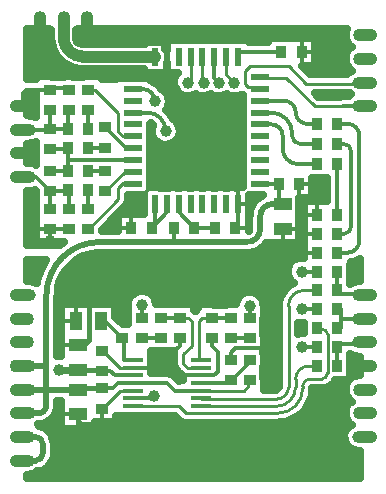
<source format=gbr>
G04 DipTrace 2.4.0.2*
%IN1_Layer_Top.gbr*%
%MOIN*%
%ADD10C,0.0098*%
%ADD13C,0.0197*%
%ADD14C,0.013*%
%ADD15C,0.0118*%
%ADD16C,0.0157*%
%ADD17C,0.0394*%
%ADD18C,0.0236*%
%ADD19C,0.025*%
%ADD21R,0.035X0.04*%
%ADD22R,0.0591X0.0433*%
%ADD23R,0.04X0.035*%
%ADD24R,0.0433X0.0591*%
%ADD25O,0.0787X0.0433*%
%ADD26R,0.0591X0.0394*%
%ADD27O,0.0433X0.0787*%
%ADD28O,0.0787X0.0413*%
%ADD31R,0.0709X0.0157*%
%ADD32R,0.0236X0.0591*%
%ADD33R,0.0591X0.0236*%
%ADD34C,0.0413*%
%ADD36C,0.0433*%
%FSLAX44Y44*%
G04*
G70*
G90*
G75*
G01*
%LNTop*%
%LPD*%
X7854Y14154D2*
D10*
Y14173D1*
X7520D1*
X7362Y14016D1*
Y13622D1*
X6378Y12638D1*
X6339D1*
X10118Y6732D2*
X11969D1*
X12638D1*
G03X13268Y7362I0J630D01*
G01*
Y7638D1*
G02X13701Y8071I433J0D01*
G01*
X13976D1*
X10118Y6988D2*
Y6969D1*
X12638D1*
G03X13031Y7362I0J394D01*
G01*
Y10079D1*
G02X13543Y10591I512J0D01*
G01*
X13976D1*
X7835Y6732D2*
X9370D1*
X9606Y6496D1*
X12677D1*
G03X13504Y7323I0J827D01*
G01*
Y7402D1*
G02X13740Y7638I236J0D01*
G01*
X14134D1*
G03X14331Y7835I0J197D01*
G01*
Y9134D1*
G03X14173Y9291I-157J0D01*
G01*
X14016D1*
G02X13976Y9331I0J39D01*
G01*
X12067Y14154D2*
D14*
X12697D1*
X12717Y14134D1*
Y13583D1*
X12835Y13465D1*
X4134Y7283D2*
D13*
X4670D1*
X4961D1*
Y8071D1*
X4694D1*
X4134D1*
X10118Y7244D2*
D15*
X9252D1*
X8976Y7520D1*
X7854D1*
X7835Y7500D1*
X7343D1*
X7165Y7323D1*
X6811D1*
X10118Y7244D2*
D10*
X11535D1*
X11693Y7402D1*
Y7559D1*
X11732Y7598D1*
X6811Y7323D2*
D16*
X6063D1*
X6024Y7283D1*
X4961Y8071D2*
D13*
Y10433D1*
G02X6772Y12205I1781J-9D01*
G01*
X9213Y12204D1*
X11654D1*
G03X12087Y12638I-1J434D01*
G01*
Y13071D1*
G02X12480Y13465I394J0D01*
G01*
X12835D1*
X4409Y6496D2*
D14*
X4646D1*
D13*
X4134D1*
X4409Y7283D2*
D14*
X4670D1*
X4409Y8071D2*
X4694D1*
X4134Y6496D2*
X3937D1*
X4134Y7283D2*
X3937D1*
X4134Y8071D2*
X3937D1*
X6024Y7283D2*
D13*
X4961D1*
Y6766D1*
G02X4646Y6496I-274J1D01*
G01*
X9213Y12677D2*
D14*
Y12204D1*
X5079Y13898D2*
X5630D1*
X5669Y13937D1*
X5709Y13307D2*
Y13937D1*
X5669D1*
X5079Y13307D2*
Y13898D1*
X4134Y14370D2*
X4606D1*
X5079Y13898D1*
X4134Y14370D2*
X3937D1*
X9370Y13465D2*
Y13189D1*
X9882Y12677D1*
X10591D1*
X12067Y17303D2*
D10*
Y17362D1*
X11693D1*
X11575Y17480D1*
Y17913D1*
X11732Y18071D1*
X13031D1*
X13622Y17480D1*
X15551D1*
X15591Y17520D1*
D14*
X15787D1*
X8583Y13465D2*
Y12795D1*
X8465Y12677D1*
X8976Y13465D2*
Y13189D1*
X8465Y12677D1*
X7835Y6988D2*
X8445D1*
X8543Y7087D1*
X4134Y10433D2*
X4409D1*
X4134D2*
D3*
X4409D2*
X3937D1*
X12067Y16909D2*
X12894D1*
G02X13268Y16535I0J-374D01*
G01*
G03X13661Y16142I394J0D01*
G01*
X13976D1*
X12067Y16122D2*
X12461D1*
G02X12835Y15748I0J-374D01*
G01*
Y15315D1*
G03X13346Y14803I512J0D01*
G01*
X13976D1*
X14646Y13110D2*
Y14803D1*
X15354Y10433D2*
X15787D1*
X7480Y9016D2*
X7559D1*
Y8268D1*
X7835D1*
X6772Y9567D2*
X6929D1*
X7480Y9016D1*
X6339Y15984D2*
Y16614D1*
X7854Y14547D2*
D10*
X7579D1*
X6929Y13898D1*
X8150Y9016D2*
D14*
X8780D1*
X7854Y15335D2*
D10*
X7618D1*
X6929Y16024D1*
X7854Y15728D2*
X7500D1*
X7362Y15866D1*
Y16496D1*
X6575Y17283D1*
X6339D1*
Y15354D2*
D14*
X6929D1*
X6339Y14567D2*
X6929D1*
X6339Y13937D2*
Y13307D1*
X5669Y14567D2*
Y14941D1*
Y15354D1*
X7854Y14941D2*
X5669D1*
X5079Y14567D2*
X5669D1*
X5079Y15315D2*
X5630D1*
X5669Y15354D1*
X8780Y9685D2*
X9409D1*
X10118Y8012D2*
D10*
X9665D1*
X9528Y8150D1*
Y8465D1*
X9803Y8740D1*
Y9567D1*
X9685Y9685D1*
X9409D1*
X5079Y15984D2*
D14*
X5669D1*
Y16614D1*
X5709D1*
X5079Y15984D2*
Y16614D1*
X4134Y15945D2*
X5039D1*
X5079Y15984D1*
X4134Y15945D2*
X3937D1*
X10472Y9685D2*
D10*
X10157D1*
X10039Y9567D1*
Y8346D1*
X10118Y8268D1*
X10472Y9685D2*
D14*
X11102D1*
Y9016D2*
X11732D1*
X15787Y16732D2*
D10*
X14859D1*
X13898D1*
X12953Y17677D1*
X12087D1*
X12067Y17697D1*
X15591Y16732D2*
D14*
X15787D1*
X15591D2*
X14859D1*
X14646Y9961D2*
X14764D1*
Y9645D1*
Y9331D1*
X14646D1*
X14764Y9645D2*
X15590D1*
X15591Y9646D1*
X15787D1*
X15354D2*
X15787D1*
X14646Y8701D2*
Y8071D1*
Y8701D2*
Y8819D1*
X15551D1*
X15591Y8858D1*
X14646Y11220D2*
Y10591D1*
Y10472D1*
X15591D1*
Y10433D1*
X10945Y18386D2*
D10*
Y17795D1*
X11220Y17520D1*
X13465Y8701D2*
D14*
X13976D1*
X10551Y18386D2*
Y17677D1*
X10709Y17520D1*
X13465Y11220D2*
X13976D1*
X10157Y18386D2*
D10*
Y17559D1*
X10197Y17520D1*
X15354Y5709D2*
D14*
X15591D1*
X9764Y18386D2*
D10*
Y17520D1*
X9685D1*
X13465Y9961D2*
D14*
X13976D1*
X14646Y16142D2*
X15000D1*
G02X15394Y15748I0J-394D01*
G01*
Y12244D1*
G02X15000Y11850I-394J0D01*
G01*
X14646D1*
X8583Y18386D2*
D17*
X6175D1*
G02X5537Y18947I0J644D01*
G01*
X5531Y19488D1*
D14*
Y19685D1*
Y19252D2*
Y19488D1*
Y19252D2*
X5537Y18947D1*
X12067Y16516D2*
X12461D1*
G02X13150Y15827I0J-689D01*
G01*
Y15748D1*
G03X13425Y15472I276J0D01*
G01*
X13976D1*
X11732Y9685D2*
Y10079D1*
X7854Y16516D2*
X8327D1*
G02X8937Y15906I0J-610D01*
G01*
X14646Y12480D2*
X14882D1*
G03X15118Y12717I0J236D01*
G01*
Y15236D1*
G03X14882Y15472I-236J0D01*
G01*
X14646D1*
X8150Y10118D2*
Y9685D1*
X7854Y17303D2*
X8169D1*
G02X8583Y16890I0J-413D01*
G01*
X15354Y8858D2*
X15787D1*
X4134Y5709D2*
D13*
X4370D1*
X5394Y7953D2*
D18*
X6024D1*
D16*
X6772D1*
X6811Y7913D1*
X7835Y7756D2*
D15*
X7244D1*
X7087Y7913D1*
X6811D1*
X4134Y5709D2*
D14*
X4370D1*
Y4921D2*
D13*
X4606D1*
G03X4843Y5157I0J236D01*
G01*
Y5472D1*
G03X4606Y5709I-236J0D01*
G01*
X4134D1*
X4370Y4921D2*
D14*
X4134D1*
Y5709D2*
X3937D1*
X4134Y4921D2*
X3937D1*
X12795Y18543D2*
X11496D1*
G03X11339Y18386I0J-157D01*
G01*
D3*
X10118Y7500D2*
X11004D1*
X11102Y7598D1*
D10*
X11772Y8268D1*
X11732D1*
X7854Y17697D2*
D14*
Y17854D1*
G02X7559Y17953I98J787D01*
G01*
X6781D1*
X5624D1*
X5512Y18142D1*
X5495Y18159D1*
G02X4938Y18479I129J870D01*
G01*
G02X4744Y19030I686J551D01*
G01*
Y19488D1*
X7854Y17697D2*
X8642D1*
X8766Y17721D1*
G03X8976Y18031I-124J311D01*
G01*
Y18386D1*
Y18661D1*
G03X8819Y18819I-157J0D01*
G01*
X8583D1*
X7874D1*
X7176D1*
X6530D1*
G02X6319Y19030I0J211D01*
G01*
Y19488D1*
X4744D2*
Y19685D1*
X4409Y15157D2*
X4213D1*
X3937D2*
X4213D1*
X7835Y8012D2*
D10*
X7421D1*
X6850Y8583D1*
X6811D1*
X7835Y8012D2*
D14*
X8524D1*
X8701Y8189D1*
Y8425D1*
X11339Y13465D2*
X11732D1*
X12835Y12047D2*
Y12638D1*
X7835Y7244D2*
D10*
X7402D1*
X6811Y6654D1*
D14*
Y6142D1*
X6024Y6457D2*
Y6260D1*
X6142Y6142D1*
X6511D1*
X6811D1*
X4409Y15157D2*
D3*
X5709Y17283D2*
Y17323D1*
X5079D1*
Y17283D1*
X4291D1*
X4173Y17165D1*
Y16811D1*
X4094Y16732D1*
X4213D1*
X5079Y17283D2*
D3*
X3937Y16732D2*
X4213D1*
X4409D1*
X5079Y12638D2*
X5709D1*
X5079D2*
Y12244D1*
X10118Y7756D2*
X9331D1*
X9094Y7992D1*
Y8425D1*
X8701D1*
X3937Y15157D2*
D3*
X4134D2*
X4213D1*
X4134Y16732D2*
X4213D1*
X12835Y12638D2*
X13386D1*
Y13976D1*
X13346Y14016D1*
Y14094D1*
X13386Y14134D1*
X12835Y12047D2*
X13504D1*
Y12480D1*
Y13110D1*
X13976D1*
X13504Y12480D2*
X13976D1*
X13504Y12047D2*
Y11850D1*
X13976D1*
X6811Y6142D2*
X12779D1*
X13504D1*
X15433Y8071D1*
X15591D1*
X15787D1*
X9409Y9016D2*
Y8740D1*
X9094Y8425D1*
X5118Y18504D2*
X5109Y18307D1*
G02X4938Y18479I0J172D01*
G01*
X5787Y17913D2*
X5512D1*
Y18142D1*
X6969Y17835D2*
X6899D1*
X6781Y17953D1*
X6890Y18937D2*
X7058D1*
X7176Y18819D1*
X7874D2*
Y18937D1*
X8583Y18819D2*
X8898Y19134D1*
X10039Y16024D2*
Y16447D1*
X8766Y17721D1*
X10512Y15039D2*
Y15551D1*
X10039Y16024D1*
X4528Y12244D2*
X4921D1*
X5079D1*
X14331Y5984D2*
Y6142D1*
X13504D1*
X12441Y5669D2*
Y5803D1*
X12779Y6142D1*
X6102Y4882D2*
Y5734D1*
X6511Y6142D1*
X4744Y19252D2*
Y19488D1*
X6319Y19252D2*
Y19488D1*
X15354Y8071D2*
X15787D1*
X8898Y19134D2*
X12853D1*
G03X13468Y19103I434J2530D01*
G01*
G03X13798Y19148I-181J2558D01*
G01*
X13780Y19055D1*
X11339Y13465D2*
Y12756D1*
G02X11260Y12677I-79J0D01*
G01*
X13465Y18543D2*
X13468Y19103D1*
X10118Y7756D2*
X10551D1*
X10669Y7874D1*
Y8543D1*
X10472Y8740D1*
Y9016D1*
X11102Y8268D2*
Y8504D1*
X11260Y8661D1*
X12402D1*
X12441Y8622D1*
Y11654D1*
X12835Y12047D1*
X5945Y9567D2*
Y10906D1*
X5669D1*
D16*
Y10866D1*
X6378Y10157D1*
Y8937D1*
X6220Y8780D1*
X6024D1*
X7480Y9685D2*
D14*
Y10157D1*
X7244Y10394D1*
X6339D1*
X6181D1*
X5669Y10906D1*
X6339D2*
Y10394D1*
Y10906D2*
X6614D1*
X8950D1*
X9180Y11135D1*
X11923D1*
X12835Y12047D1*
X8701Y8425D2*
X9134D1*
X7795Y12677D2*
Y13386D1*
X8622Y14213D1*
X9685D1*
X10512Y15039D1*
X6614Y11535D2*
Y10906D1*
X9370Y16732D2*
Y16693D1*
X10039Y16024D1*
D34*
X3937Y15945D3*
Y15157D3*
Y14370D3*
Y16732D3*
X4744Y19685D3*
X5531D3*
X6319D3*
X15787Y17520D3*
Y16732D3*
Y18307D3*
Y19094D3*
X3937Y4921D3*
Y5709D3*
Y6496D3*
Y7283D3*
D36*
Y8071D3*
D34*
Y8858D3*
Y9646D3*
Y10433D3*
X15787Y5709D3*
Y6496D3*
Y7283D3*
Y8071D3*
Y8858D3*
Y9646D3*
Y10433D3*
X4347Y19052D2*
D19*
X5049D1*
X6021D2*
X14908D1*
X4347Y18803D2*
X5068D1*
X13931D2*
X15006D1*
X4347Y18554D2*
X5154D1*
X13931D2*
X14975D1*
X4347Y18305D2*
X5318D1*
X13931D2*
X14908D1*
X4347Y18057D2*
X5627D1*
X13513D2*
X14978D1*
X4347Y17808D2*
X9299D1*
X13763D2*
X14971D1*
X8513Y17559D2*
X9201D1*
X8806Y17311D2*
X9248D1*
X4347Y17062D2*
X4588D1*
X9036D2*
X9600D1*
X9770D2*
X10111D1*
X10280D2*
X10623D1*
X10795D2*
X11135D1*
X11304D2*
X11482D1*
X14036D2*
X14830D1*
X4347Y16813D2*
X4588D1*
X9064D2*
X11482D1*
X4347Y16565D2*
X4588D1*
X9021D2*
X11482D1*
X9196Y16316D2*
X11482D1*
X9396Y16067D2*
X11482D1*
X9415Y15819D2*
X11482D1*
X8439Y15570D2*
X8596D1*
X9278D2*
X11482D1*
X4347Y15321D2*
X4588D1*
X8439D2*
X11482D1*
X4347Y15073D2*
X4588D1*
X8439D2*
X11482D1*
X8439Y14824D2*
X11482D1*
X8439Y14575D2*
X11482D1*
X8439Y14326D2*
X11482D1*
X13849D2*
X14291D1*
X8439Y14078D2*
X11482D1*
X13849D2*
X14291D1*
X4347Y13829D2*
X4588D1*
X13849D2*
X14291D1*
X4347Y13580D2*
X4588D1*
X7700D2*
X8174D1*
X11747D2*
X11897D1*
X13419D2*
X14291D1*
X4347Y13332D2*
X4588D1*
X7540D2*
X8174D1*
X13419D2*
X13511D1*
X4347Y13083D2*
X4588D1*
X13419D2*
X13511D1*
X4347Y12834D2*
X4588D1*
X7044D2*
X7330D1*
X13419D2*
X13511D1*
X4347Y12586D2*
X4588D1*
X6829D2*
X7330D1*
X13419D2*
X13511D1*
X4347Y12337D2*
X4588D1*
X13419D2*
X13511D1*
X12255Y12088D2*
X13510D1*
X6747Y11840D2*
X13510D1*
X4347Y11591D2*
X4920D1*
X5962D2*
X13166D1*
X4347Y11342D2*
X4779D1*
X5689D2*
X12994D1*
X15111D2*
X15377D1*
X4347Y11094D2*
X4678D1*
X5521D2*
X12994D1*
X15111D2*
X15377D1*
X5415Y10845D2*
X13170D1*
X5361Y10596D2*
X12877D1*
X5349Y10347D2*
X7725D1*
X8575D2*
X11330D1*
X12134D2*
X12740D1*
X5349Y10099D2*
X5442D1*
X7278D2*
X7658D1*
X9900D2*
X9982D1*
X12224D2*
X12693D1*
X5349Y9850D2*
X5442D1*
X7278D2*
X7658D1*
X12224D2*
X12693D1*
X5349Y9601D2*
X5442D1*
X7388D2*
X7658D1*
X12224D2*
X12693D1*
X5349Y9353D2*
X5442D1*
X12224D2*
X12693D1*
X13372D2*
X13508D1*
X5349Y9104D2*
X5442D1*
X12224D2*
X12693D1*
X5349Y8855D2*
X5442D1*
X12224D2*
X12693D1*
X5349Y8607D2*
X5442D1*
X12224D2*
X12693D1*
X8478Y8358D2*
X9189D1*
X12224D2*
X12693D1*
X15111D2*
X15377D1*
X8478Y8109D2*
X9189D1*
X12224D2*
X12693D1*
X15111D2*
X15377D1*
X8478Y7861D2*
X9346D1*
X12224D2*
X12693D1*
X15111D2*
X15377D1*
X9368Y7612D2*
X9472D1*
X12224D2*
X12693D1*
X12224Y7363D2*
X12693D1*
X14357D2*
X14912D1*
X13821Y7115D2*
X14939D1*
X5349Y6866D2*
X5442D1*
X13747D2*
X15080D1*
X5329Y6617D2*
X5439D1*
X13599D2*
X14924D1*
X5208Y6368D2*
X5439D1*
X7302D2*
X9264D1*
X13325D2*
X14924D1*
X4700Y6120D2*
X5439D1*
X6611D2*
X15088D1*
X5079Y5871D2*
X14896D1*
X5212Y5622D2*
X14877D1*
X5232Y5374D2*
X15010D1*
X5228Y5125D2*
X15377D1*
X5161Y4876D2*
X15377D1*
X4911Y4628D2*
X15377D1*
X4347Y4379D2*
X15377D1*
X14319Y14338D2*
X13826D1*
Y13669D1*
X13395D1*
X13391Y12983D1*
X13395Y12994D1*
Y12156D1*
X12288D1*
X12200Y12059D1*
X12088Y11971D1*
X11981Y11912D1*
X11845Y11865D1*
X11697Y11843D1*
X10279Y11841D1*
X6660Y11837D1*
X6467Y11814D1*
X6322Y11778D1*
X6182Y11726D1*
X6048Y11660D1*
X5921Y11580D1*
X5804Y11487D1*
X5697Y11382D1*
X5602Y11267D1*
X5520Y11142D1*
X5451Y11010D1*
X5396Y10871D1*
X5357Y10726D1*
X5333Y10579D1*
X5324Y10308D1*
Y8406D1*
X5463Y8409D1*
Y10127D1*
X7253D1*
Y9709D1*
X7515Y9456D1*
X7689D1*
X7685Y9870D1*
X7690Y10167D1*
X7720Y10288D1*
X7781Y10397D1*
X7869Y10485D1*
X7978Y10547D1*
X8099Y10577D1*
X8223Y10574D1*
X8342Y10538D1*
X8448Y10471D1*
X8531Y10378D1*
X8587Y10267D1*
X8615Y10125D1*
X9244D1*
X9874D1*
Y9934D1*
X9912Y9902D1*
X9946Y9916D1*
X10008Y9995D1*
Y10125D1*
X10937Y10121D1*
X10887Y10125D1*
X11273Y10128D1*
X11303Y10249D1*
X11364Y10358D1*
X11452Y10446D1*
X11560Y10507D1*
X11681Y10538D1*
X11806Y10535D1*
X11925Y10498D1*
X12030Y10431D1*
X12114Y10339D1*
X12169Y10227D1*
X12190Y10124D1*
X12197Y10125D1*
X12193Y9245D1*
X12197Y8831D1*
X12193Y8576D1*
X12197Y8333D1*
X12193Y7828D1*
X12197Y7413D1*
Y7284D1*
X12630Y7283D1*
X12718Y7375D1*
X12722Y10166D1*
X12753Y10317D1*
X12789Y10414D1*
X12864Y10546D1*
X12945Y10648D1*
X13061Y10749D1*
X13148Y10804D1*
X13206Y10838D1*
X13113Y10921D1*
X13046Y11026D1*
X13009Y11145D1*
X13005Y11270D1*
X13035Y11391D1*
X13096Y11499D1*
X13184Y11588D1*
X13293Y11649D1*
X13414Y11679D1*
X13534Y11676D1*
X13540Y11685D1*
X13536Y11735D1*
Y13575D1*
X14315D1*
X14316Y14341D1*
X14206Y14342D1*
X5540Y12198D2*
X4614D1*
X4618Y13747D1*
X4614Y13833D1*
Y13899D1*
X4572Y13938D1*
X4474Y13916D1*
X4321Y13889D1*
X4322Y12101D1*
X5410Y12099D1*
X5541Y12199D1*
X5244Y12198D1*
X5369Y17723D2*
X6174Y17719D1*
X6124Y17723D1*
X6804D1*
Y17649D1*
X7293Y17651D1*
X7294Y17686D1*
X8415D1*
X8416Y17590D1*
X8522Y17544D1*
X8638Y17466D1*
X8745Y17359D1*
X8785Y17305D1*
X8881Y17242D1*
X8964Y17150D1*
X9020Y17038D1*
X9044Y16890D1*
X9028Y16766D1*
X8978Y16652D1*
X8947Y16612D1*
X9060Y16493D1*
X9151Y16357D1*
X9180Y16298D1*
X9235Y16258D1*
X9318Y16166D1*
X9374Y16054D1*
X9399Y15906D1*
X9382Y15782D1*
X9333Y15668D1*
X9255Y15570D1*
X9154Y15498D1*
X9037Y15455D1*
X8912Y15444D1*
X8790Y15468D1*
X8678Y15523D1*
X8585Y15606D1*
X8518Y15711D1*
X8481Y15830D1*
X8478Y15955D1*
X8508Y16076D1*
X8525Y16106D1*
X8433Y16164D1*
X8415Y16149D1*
X8411Y16133D1*
X8415Y15880D1*
X8411Y15739D1*
X8415Y15486D1*
X8411Y15345D1*
X8415Y15093D1*
X8411Y14952D1*
X8415Y14699D1*
X8411Y14558D1*
X8415Y14305D1*
X8411Y14164D1*
X8415Y14025D1*
X8966Y14021D1*
X9218Y14025D1*
X9359Y14021D1*
X9612Y14025D1*
X9753Y14021D1*
X10006Y14025D1*
X10147Y14021D1*
X10399Y14025D1*
X10541Y14021D1*
X10793Y14025D1*
X10934Y14021D1*
X11187Y14025D1*
X11328Y14021D1*
X11381Y14025D1*
X11506D1*
X11511Y14537D1*
X11507Y14789D1*
X11511Y14930D1*
X11507Y15183D1*
X11511Y15324D1*
X11507Y15577D1*
X11511Y15718D1*
X11507Y15970D1*
X11511Y16111D1*
X11507Y16364D1*
X11511Y16505D1*
X11507Y16758D1*
X11511Y16899D1*
X11507Y17108D1*
X11437Y17112D1*
X11320Y17069D1*
X11196Y17059D1*
X11073Y17082D1*
X10965Y17135D1*
X10808Y17069D1*
X10684Y17059D1*
X10562Y17082D1*
X10453Y17135D1*
X10296Y17069D1*
X10172Y17059D1*
X10050Y17082D1*
X9942Y17135D1*
X9785Y17069D1*
X9660Y17059D1*
X9538Y17082D1*
X9426Y17137D1*
X9333Y17220D1*
X9266Y17325D1*
X9229Y17444D1*
X9226Y17569D1*
X9256Y17690D1*
X9317Y17798D1*
X9342Y17823D1*
X8987Y17826D1*
Y18165D1*
X8966Y18071D1*
Y17826D1*
X8200D1*
Y17923D1*
X6145Y17925D1*
X6001Y17938D1*
X5860Y17971D1*
X5724Y18021D1*
X5596Y18088D1*
X5478Y18172D1*
X5372Y18271D1*
X5280Y18382D1*
X5203Y18505D1*
X5143Y18636D1*
X5100Y18775D1*
X5075Y18942D1*
X5070Y19175D1*
X5051Y19302D1*
X4322Y19300D1*
Y17648D1*
X4613Y17651D1*
X4614Y17723D1*
X5544Y17719D1*
X8615Y8576D2*
X8451D1*
X8454Y7924D1*
Y7840D1*
X8854Y7844D1*
X8976D1*
X9098Y7820D1*
X9205Y7749D1*
X9385Y7569D1*
X9503Y7588D1*
X9499Y7746D1*
X9355Y7878D1*
X9305Y7927D1*
X9237Y8031D1*
X9213Y8150D1*
X9214Y8478D1*
X9224Y8576D1*
X8494D1*
X11700Y12904D2*
Y12587D1*
X11723Y12652D1*
X11722Y12904D1*
X11699D1*
X11734Y13193D1*
X11773Y13338D1*
X11837Y13470D1*
X11929Y13589D1*
X12039Y13685D1*
X12173Y13763D1*
X12127Y13771D1*
X11725D1*
X11722Y13550D1*
Y13075D1*
X4614Y16358D2*
X4618Y17054D1*
X4614Y17152D1*
X4325Y17153D1*
X4322Y16429D1*
X4442Y16405D1*
X4602Y16364D1*
X4612Y16358D1*
X4618Y16424D1*
X4319Y14849D2*
X4442Y14831D1*
X4602Y14790D1*
X4612Y14783D1*
X4614Y15527D1*
X4474Y15491D1*
X4321Y15464D1*
X4322Y14851D1*
X13537Y9507D2*
X13440Y9500D1*
X13344Y9518D1*
X13346Y9145D1*
X13414Y9160D1*
X13534Y9157D1*
X13540Y9166D1*
X13536Y9507D1*
X4319Y10912D2*
X4442Y10894D1*
X4602Y10853D1*
X4638Y10830D1*
X4685Y11023D1*
X4714Y11120D1*
X4798Y11330D1*
X4904Y11529D1*
X4954Y11604D1*
X4322Y11601D1*
Y10913D1*
X15247Y10882D2*
X15395Y10914D1*
X15406Y10913D1*
X15403Y11322D1*
Y11646D1*
X15343Y11607D1*
X15208Y11551D1*
X15110Y11529D1*
X15086Y11440D1*
X15082Y11385D1*
X15086Y11435D1*
Y10809D1*
X15209Y10868D1*
X15086Y10930D1*
Y10809D1*
X15113Y17129D2*
X15064Y17166D1*
X13907D1*
X14028Y17046D1*
X14761D1*
X14859Y17062D1*
X15035D1*
X15118Y17124D1*
X6804Y12621D2*
Y12566D1*
X7354Y12568D1*
X7355Y13142D1*
X8200D1*
Y13768D1*
X7676Y13771D1*
Y13622D1*
X7652Y13500D1*
X7584Y13400D1*
X6803Y12618D1*
X8325Y18946D2*
X8966D1*
Y18645D1*
X8987Y18611D1*
Y18946D1*
X9774Y18942D1*
X10024Y18946D1*
X10562Y18942D1*
X10812Y18946D1*
X11328Y18942D1*
X11581Y18946D1*
X11722D1*
Y18872D1*
X12355Y18871D1*
Y19008D1*
X13235Y19004D1*
X13175Y19008D1*
X13904D1*
Y18078D1*
X13468D1*
X13754Y17793D1*
X14984Y17795D1*
X15074Y17887D1*
X15132Y17919D1*
X15080Y17960D1*
X15002Y18057D1*
X14951Y18171D1*
X14932Y18295D1*
X14945Y18419D1*
X14989Y18535D1*
X15062Y18636D1*
X15137Y18698D1*
X15080Y18747D1*
X15002Y18845D1*
X14951Y18959D1*
X14932Y19082D1*
X14945Y19206D1*
X14980Y19297D1*
X14153Y19300D1*
X6594D1*
X6434Y19228D1*
X6310Y19214D1*
X6187Y19232D1*
X6051Y19300D1*
X6011Y19299D1*
X5995Y19184D1*
X5998Y18997D1*
X6151Y18850D1*
X7050Y18848D1*
X8200Y18844D1*
Y18946D1*
X8325D1*
X5206Y5347D2*
X5201Y5082D1*
X5172Y4960D1*
X5127Y4860D1*
X5053Y4759D1*
X4974Y4684D1*
X4867Y4618D1*
X4765Y4579D1*
X4658Y4561D1*
X4718Y4569D1*
X4653Y4561D1*
X4587Y4513D1*
X4441Y4458D1*
X4321Y4440D1*
X4322Y4322D1*
X15403D1*
X15400Y5230D1*
X15296Y5242D1*
X15403Y5197D1*
Y5224D1*
X15207Y5271D1*
X15096Y5326D1*
X15003Y5409D1*
X14935Y5514D1*
X14899Y5633D1*
X14895Y5758D1*
X14925Y5879D1*
X14986Y5987D1*
X15074Y6076D1*
X15132Y6108D1*
X15080Y6149D1*
X15002Y6246D1*
X14951Y6360D1*
X14932Y6484D1*
X14945Y6608D1*
X14989Y6724D1*
X15062Y6825D1*
X15137Y6887D1*
X15080Y6936D1*
X15002Y7034D1*
X14951Y7148D1*
X14932Y7271D1*
X14945Y7395D1*
X14989Y7511D1*
X15086Y7661D1*
Y7635D1*
X15158Y7692D1*
X15272Y7744D1*
X15406Y7763D1*
X15403Y8380D1*
X15296Y8391D1*
X15207Y8421D1*
X15087Y8484D1*
X15082Y8236D1*
X15086Y8286D1*
Y7661D1*
X15058Y7606D1*
X14590Y7605D1*
X14531Y7513D1*
X14461Y7442D1*
X14377Y7385D1*
X14286Y7347D1*
X14187Y7327D1*
X13818Y7323D1*
X13805Y7154D1*
X13773Y7008D1*
X13723Y6868D1*
X13654Y6735D1*
X13569Y6612D1*
X13469Y6502D1*
X13355Y6406D1*
X13229Y6325D1*
X13095Y6262D1*
X12952Y6216D1*
X12806Y6190D1*
X12552Y6182D1*
X9606D1*
X9485Y6206D1*
X9384Y6274D1*
X9238Y6420D1*
X8454Y6418D1*
Y6389D1*
X7276Y6388D1*
Y6214D1*
X6584Y6213D1*
Y5975D1*
X5463D1*
Y6920D1*
X5324D1*
X5318Y6681D1*
X5294Y6576D1*
X5247Y6465D1*
X5189Y6374D1*
X5115Y6295D1*
X5019Y6223D1*
X4922Y6175D1*
X4819Y6144D1*
X4694Y6130D1*
X4735Y6132D1*
X4728Y6059D1*
X4833Y6028D1*
X4943Y5968D1*
X5028Y5899D1*
X5107Y5801D1*
X5159Y5705D1*
X5195Y5584D1*
X5206Y5472D1*
Y5347D1*
X5464Y8780D2*
D14*
X6024D1*
X5945Y10127D2*
Y9567D1*
X5464D2*
X5945D1*
X13386Y14134D2*
Y13669D1*
Y14134D2*
X13825D1*
X6024Y6457D2*
Y5976D1*
X5464Y6457D2*
X6024D1*
X12835Y12638D2*
Y12157D1*
Y12638D2*
X13394D1*
X11260Y12677D2*
X11699D1*
X5079Y12638D2*
Y12198D1*
X4614Y12638D2*
X5079D1*
X6811Y6654D2*
Y6214D1*
X13537Y11850D2*
X13976D1*
X13537Y12480D2*
X13976D1*
Y13575D2*
Y13110D1*
X13537D2*
X13976D1*
X7795Y13142D2*
Y12677D1*
X7356D2*
X7795D1*
X13465Y19008D2*
Y18079D1*
Y18543D2*
X13904D1*
X11339Y14024D2*
Y13465D1*
X11721D1*
X4993Y19036D2*
D19*
X5101D1*
X5971D2*
X8894D1*
X4993Y18787D2*
X5128D1*
X4993Y18538D2*
X5222D1*
X4993Y18290D2*
X5402D1*
X4993Y18041D2*
X5792D1*
X5126Y19184D2*
X5114Y19217D1*
X5109Y19283D1*
X4968Y19284D1*
Y17882D1*
X8251Y17912D1*
X8208Y17977D1*
X6064Y17984D1*
X5929Y18007D1*
X5797Y18048D1*
X5672Y18106D1*
X5556Y18180D1*
X5450Y18268D1*
X5357Y18369D1*
X5277Y18482D1*
X5214Y18604D1*
X5166Y18733D1*
X5136Y18868D1*
X5128Y18943D1*
X5126Y19173D1*
X6423Y19285D2*
X6351Y19268D1*
X6209Y19284D1*
X5957D1*
X5944Y19117D1*
X5949Y18968D1*
X5990Y18886D1*
X6059Y18826D1*
X6146Y18797D1*
X7050Y18794D1*
X8249D1*
X8253Y18893D1*
X8912D1*
Y18623D1*
X8945Y18659D1*
X8899Y19286D1*
X6442Y19284D1*
D21*
X13976Y14803D3*
X14646D3*
X13976Y15472D3*
X14646D3*
X13976Y16142D3*
X14646D3*
D22*
X6024Y7953D3*
Y8780D3*
D23*
X5709Y12638D3*
Y13307D3*
D21*
X6339Y14567D3*
X5669D3*
D24*
X6772Y9567D3*
X5945D3*
D21*
X12717Y14134D3*
X13386D3*
X6339Y13937D3*
X5669D3*
X6339Y15354D3*
X5669D3*
X6339Y15984D3*
X5669D3*
D23*
X5709Y17283D3*
Y16614D3*
D22*
X6024Y6457D3*
Y7283D3*
X12835Y12638D3*
Y13465D3*
D23*
X7480Y9016D3*
Y9685D3*
X8150Y9016D3*
Y9685D3*
X9409Y9016D3*
Y9685D3*
X10472Y9016D3*
Y9685D3*
X11732Y9016D3*
Y9685D3*
D21*
X11260Y12677D3*
X10591D3*
D23*
X5079Y12638D3*
Y13307D3*
Y16614D3*
Y17283D3*
D25*
X4134Y15157D3*
D17*
X8150Y10118D3*
X13465Y11220D3*
D26*
X4213Y15157D3*
D25*
X4134Y14370D3*
D17*
X13465Y9961D3*
Y8701D3*
D27*
X5531Y19488D3*
D17*
X11220Y17520D3*
D27*
X6319Y19488D3*
D17*
X10709Y17520D3*
D25*
X4134Y5709D3*
D17*
X9685Y17520D3*
D25*
X4134Y6496D3*
D17*
X10197Y17520D3*
D28*
X4134Y7283D3*
D25*
Y8071D3*
D17*
X11732Y10079D3*
X15354Y5709D3*
D25*
X4134Y8858D3*
Y9646D3*
D17*
X4409Y15157D3*
D25*
X4134Y10433D3*
D17*
X8937Y15906D3*
D23*
X6811Y7913D3*
D25*
X15591Y5709D3*
D23*
X6811Y8583D3*
D25*
X15591Y6496D3*
Y7283D3*
D17*
X6614Y11535D3*
D23*
X6811Y6654D3*
D25*
X15591Y8071D3*
D23*
X6811Y7323D3*
D25*
X15591Y8858D3*
Y9646D3*
D17*
X5669Y10906D3*
D25*
X15591Y10433D3*
D17*
X12441Y8622D3*
D25*
X15591Y16732D3*
D17*
X6102Y4882D3*
D25*
X15591Y17520D3*
D17*
X12441Y5669D3*
D25*
X15591Y18307D3*
D17*
X14331Y5984D3*
D25*
X15591Y19094D3*
D17*
X6339Y10906D3*
D25*
X4134Y15945D3*
D17*
X9370Y16732D3*
D25*
X4134D3*
D17*
X6969Y17835D3*
X5118Y18504D3*
X5787Y17913D3*
X6890Y18937D3*
X8583Y16890D3*
X13780Y19055D3*
X10512Y15039D3*
X4528Y12244D3*
X10039Y16024D3*
X4370Y5709D3*
Y4921D3*
X4409Y10433D3*
X8543Y7087D3*
X7874Y18937D3*
X8898Y19134D3*
X11732Y13465D3*
X12835Y12047D3*
X6811Y6142D3*
X5079Y12244D3*
X4409Y16732D3*
X6319Y19252D3*
X5531D3*
X8622Y17717D3*
X4409Y8071D3*
Y7283D3*
Y6496D3*
X15354Y10433D3*
Y9646D3*
Y8858D3*
Y8071D3*
Y17520D3*
Y16732D3*
X4744Y19252D3*
X4409Y14370D3*
X8701Y8425D3*
X4409Y15945D3*
X9134Y8425D3*
X5394Y7953D3*
D31*
X7835Y8268D3*
Y8012D3*
Y7756D3*
Y7500D3*
Y7244D3*
Y6988D3*
Y6732D3*
X10118D3*
Y6988D3*
Y7244D3*
Y7500D3*
Y7756D3*
Y8012D3*
Y8268D3*
D27*
X4744Y19488D3*
D26*
X4213Y16732D3*
D25*
X4134Y4921D3*
D23*
X6339Y17283D3*
Y16614D3*
X5079Y14567D3*
Y13898D3*
X8780Y9016D3*
Y9685D3*
X11102Y9016D3*
Y9685D3*
X6929Y16024D3*
Y15354D3*
Y13898D3*
Y14567D3*
X6339Y12638D3*
Y13307D3*
X5079Y15984D3*
Y15315D3*
D21*
X14646Y11220D3*
X13976D3*
X14646Y10591D3*
X13976D3*
X14646Y9961D3*
X13976D3*
X14646Y9331D3*
X13976D3*
X14646Y8701D3*
X13976D3*
X14646Y8071D3*
X13976D3*
D23*
X11102Y8268D3*
Y7598D3*
X11732Y8268D3*
Y7598D3*
D21*
X14646Y11850D3*
X13976D3*
X14646Y12480D3*
X13976D3*
X14646Y13110D3*
X13976D3*
X8465Y12677D3*
X7795D3*
X9882D3*
X9213D3*
X13465Y18543D3*
X12795D3*
D32*
X10551Y13465D3*
X10945D3*
X11339D3*
X10157D3*
X9370D3*
X8583D3*
X9764D3*
X8976D3*
D33*
X12067Y14154D3*
X7854D3*
X12067Y14547D3*
Y14941D3*
Y15335D3*
Y15728D3*
Y16122D3*
Y16516D3*
Y16909D3*
Y17303D3*
Y17697D3*
X7854Y14547D3*
Y14941D3*
Y15335D3*
Y15728D3*
Y16122D3*
Y16516D3*
Y16909D3*
Y17303D3*
Y17697D3*
D32*
X10945Y18386D3*
X11339D3*
X10551D3*
X10157D3*
X9764D3*
X9370D3*
X8976D3*
X8583D3*
M02*

</source>
